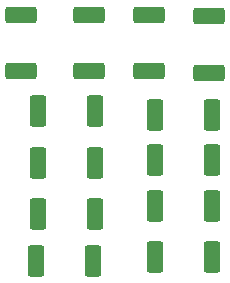
<source format=gbp>
%TF.GenerationSoftware,KiCad,Pcbnew,8.0.4*%
%TF.CreationDate,2025-02-09T16:53:56-05:00*%
%TF.ProjectId,Chassis,43686173-7369-4732-9e6b-696361645f70,rev?*%
%TF.SameCoordinates,Original*%
%TF.FileFunction,Paste,Bot*%
%TF.FilePolarity,Positive*%
%FSLAX46Y46*%
G04 Gerber Fmt 4.6, Leading zero omitted, Abs format (unit mm)*
G04 Created by KiCad (PCBNEW 8.0.4) date 2025-02-09 16:53:56*
%MOMM*%
%LPD*%
G01*
G04 APERTURE LIST*
G04 Aperture macros list*
%AMRoundRect*
0 Rectangle with rounded corners*
0 $1 Rounding radius*
0 $2 $3 $4 $5 $6 $7 $8 $9 X,Y pos of 4 corners*
0 Add a 4 corners polygon primitive as box body*
4,1,4,$2,$3,$4,$5,$6,$7,$8,$9,$2,$3,0*
0 Add four circle primitives for the rounded corners*
1,1,$1+$1,$2,$3*
1,1,$1+$1,$4,$5*
1,1,$1+$1,$6,$7*
1,1,$1+$1,$8,$9*
0 Add four rect primitives between the rounded corners*
20,1,$1+$1,$2,$3,$4,$5,0*
20,1,$1+$1,$4,$5,$6,$7,0*
20,1,$1+$1,$6,$7,$8,$9,0*
20,1,$1+$1,$8,$9,$2,$3,0*%
G04 Aperture macros list end*
%ADD10RoundRect,0.249999X-1.075001X0.450001X-1.075001X-0.450001X1.075001X-0.450001X1.075001X0.450001X0*%
%ADD11RoundRect,0.249999X0.450001X1.075001X-0.450001X1.075001X-0.450001X-1.075001X0.450001X-1.075001X0*%
%ADD12RoundRect,0.249999X-0.450001X-1.075001X0.450001X-1.075001X0.450001X1.075001X-0.450001X1.075001X0*%
G04 APERTURE END LIST*
D10*
%TO.C,R4*%
X115570000Y-64770000D03*
X115570000Y-59970000D03*
%TD*%
D11*
%TO.C,R12*%
X125985000Y-72250000D03*
X121185000Y-72250000D03*
%TD*%
%TO.C,R7*%
X125985000Y-76200000D03*
X121185000Y-76200000D03*
%TD*%
D10*
%TO.C,R5*%
X109855000Y-59970000D03*
X109855000Y-64770000D03*
%TD*%
D11*
%TO.C,R6*%
X125985000Y-80505000D03*
X121185000Y-80505000D03*
%TD*%
D12*
%TO.C,R11*%
X111145000Y-80785000D03*
X115945000Y-80785000D03*
%TD*%
D10*
%TO.C,R2*%
X125730000Y-64910000D03*
X125730000Y-60110000D03*
%TD*%
D11*
%TO.C,R13*%
X121185000Y-68440000D03*
X125985000Y-68440000D03*
%TD*%
D12*
%TO.C,R10*%
X111285000Y-76835000D03*
X116085000Y-76835000D03*
%TD*%
%TO.C,R8*%
X111285000Y-68085000D03*
X116085000Y-68085000D03*
%TD*%
D10*
%TO.C,R3*%
X120650000Y-64770000D03*
X120650000Y-59970000D03*
%TD*%
D12*
%TO.C,R9*%
X111285000Y-72530000D03*
X116085000Y-72530000D03*
%TD*%
M02*

</source>
